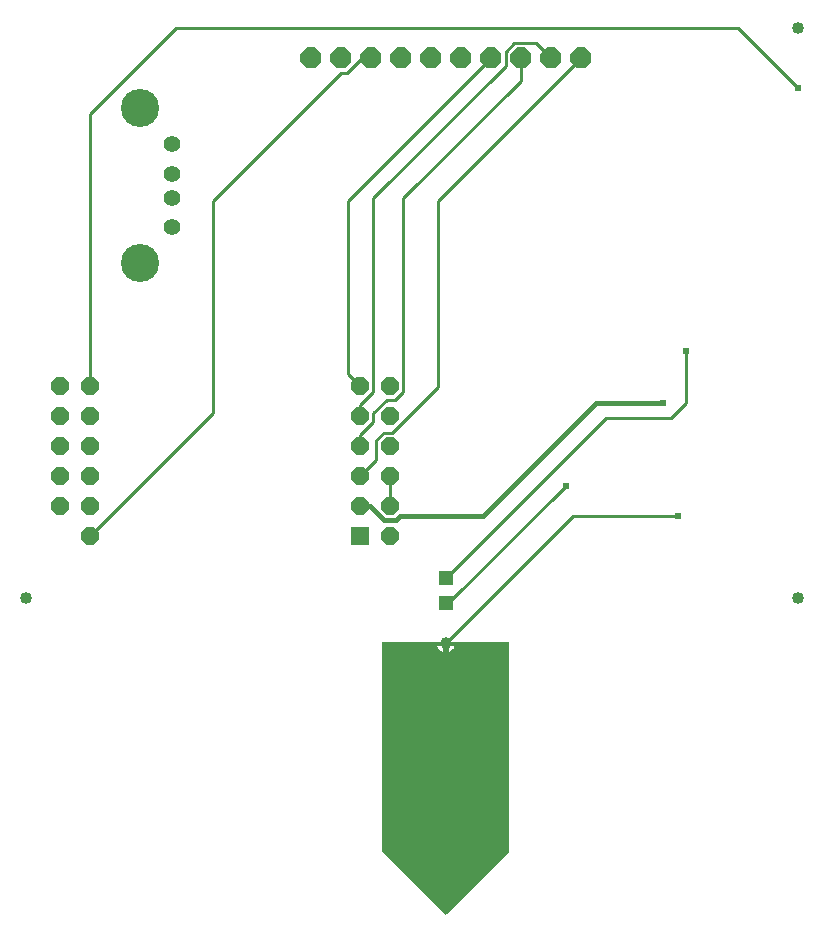
<source format=gbr>
G04 EAGLE Gerber RS-274X export*
G75*
%MOMM*%
%FSLAX34Y34*%
%LPD*%
%INTop Copper*%
%IPPOS*%
%AMOC8*
5,1,8,0,0,1.08239X$1,22.5*%
G01*
%ADD10R,1.200000X1.200000*%
%ADD11C,1.000000*%
%ADD12P,1.924489X8X112.500000*%
%ADD13P,1.649562X8X112.500000*%
%ADD14R,1.524000X1.524000*%
%ADD15C,1.400000*%
%ADD16C,3.220000*%
%ADD17C,1.016000*%
%ADD18C,0.254000*%
%ADD19C,0.609600*%
%ADD20C,0.381000*%

G36*
X374728Y-248792D02*
X374728Y-248792D01*
X374847Y-248788D01*
X374886Y-248777D01*
X374926Y-248773D01*
X375039Y-248733D01*
X375153Y-248700D01*
X375188Y-248679D01*
X375226Y-248665D01*
X375324Y-248599D01*
X375427Y-248538D01*
X375472Y-248498D01*
X375489Y-248487D01*
X375502Y-248472D01*
X375548Y-248432D01*
X428126Y-195854D01*
X428186Y-195775D01*
X428254Y-195703D01*
X428283Y-195650D01*
X428320Y-195602D01*
X428360Y-195511D01*
X428408Y-195425D01*
X428423Y-195366D01*
X428447Y-195311D01*
X428462Y-195213D01*
X428487Y-195117D01*
X428493Y-195017D01*
X428497Y-194996D01*
X428495Y-194984D01*
X428497Y-194956D01*
X428497Y-19050D01*
X428482Y-18932D01*
X428475Y-18813D01*
X428462Y-18775D01*
X428457Y-18734D01*
X428414Y-18624D01*
X428377Y-18511D01*
X428355Y-18476D01*
X428340Y-18439D01*
X428271Y-18343D01*
X428207Y-18242D01*
X428177Y-18214D01*
X428154Y-18181D01*
X428062Y-18106D01*
X427975Y-18024D01*
X427940Y-18004D01*
X427909Y-17979D01*
X427801Y-17928D01*
X427697Y-17870D01*
X427657Y-17860D01*
X427621Y-17843D01*
X427504Y-17821D01*
X427389Y-17791D01*
X427329Y-17787D01*
X427309Y-17783D01*
X427288Y-17785D01*
X427228Y-17781D01*
X375880Y-17781D01*
X375762Y-17796D01*
X375643Y-17803D01*
X375605Y-17816D01*
X375565Y-17821D01*
X375454Y-17864D01*
X375341Y-17901D01*
X375307Y-17923D01*
X375269Y-17938D01*
X375173Y-18008D01*
X375072Y-18071D01*
X375044Y-18101D01*
X375012Y-18124D01*
X374936Y-18216D01*
X374854Y-18303D01*
X374835Y-18338D01*
X374809Y-18369D01*
X374758Y-18477D01*
X374701Y-18581D01*
X374691Y-18621D01*
X374673Y-18657D01*
X374653Y-18764D01*
X374649Y-18734D01*
X374605Y-18624D01*
X374569Y-18511D01*
X374547Y-18476D01*
X374532Y-18439D01*
X374462Y-18343D01*
X374399Y-18242D01*
X374369Y-18214D01*
X374345Y-18181D01*
X374254Y-18106D01*
X374167Y-18024D01*
X374132Y-18004D01*
X374100Y-17979D01*
X373993Y-17928D01*
X373888Y-17870D01*
X373849Y-17860D01*
X373813Y-17843D01*
X373696Y-17821D01*
X373580Y-17791D01*
X373520Y-17787D01*
X373500Y-17783D01*
X373480Y-17785D01*
X373420Y-17781D01*
X322072Y-17781D01*
X321954Y-17796D01*
X321835Y-17803D01*
X321797Y-17816D01*
X321756Y-17821D01*
X321646Y-17864D01*
X321533Y-17901D01*
X321498Y-17923D01*
X321461Y-17938D01*
X321365Y-18008D01*
X321264Y-18071D01*
X321236Y-18101D01*
X321203Y-18124D01*
X321127Y-18216D01*
X321046Y-18303D01*
X321026Y-18338D01*
X321001Y-18369D01*
X320950Y-18477D01*
X320892Y-18581D01*
X320882Y-18621D01*
X320865Y-18657D01*
X320843Y-18774D01*
X320813Y-18889D01*
X320809Y-18950D01*
X320805Y-18970D01*
X320806Y-18984D01*
X320805Y-18989D01*
X320806Y-18999D01*
X320803Y-19050D01*
X320803Y-194956D01*
X320815Y-195054D01*
X320818Y-195153D01*
X320835Y-195212D01*
X320843Y-195272D01*
X320879Y-195364D01*
X320907Y-195459D01*
X320937Y-195511D01*
X320960Y-195567D01*
X321018Y-195647D01*
X321068Y-195733D01*
X321134Y-195808D01*
X321146Y-195825D01*
X321156Y-195833D01*
X321174Y-195854D01*
X373753Y-248432D01*
X373847Y-248505D01*
X373936Y-248583D01*
X373972Y-248602D01*
X374004Y-248627D01*
X374113Y-248674D01*
X374219Y-248728D01*
X374258Y-248737D01*
X374296Y-248753D01*
X374413Y-248772D01*
X374529Y-248798D01*
X374570Y-248797D01*
X374610Y-248803D01*
X374728Y-248792D01*
G37*
%LPC*%
G36*
X377149Y-21549D02*
X377149Y-21549D01*
X381777Y-21549D01*
X381333Y-22622D01*
X380507Y-23857D01*
X379457Y-24907D01*
X378222Y-25733D01*
X377149Y-26177D01*
X377149Y-21549D01*
G37*
%LPD*%
%LPC*%
G36*
X371078Y-25733D02*
X371078Y-25733D01*
X369843Y-24907D01*
X368793Y-23857D01*
X367967Y-22622D01*
X367523Y-21549D01*
X372151Y-21549D01*
X372151Y-26177D01*
X371078Y-25733D01*
G37*
%LPD*%
D10*
X374650Y35900D03*
X374650Y14900D03*
D11*
X374650Y-19050D03*
D12*
X260350Y476250D03*
X285750Y476250D03*
X311150Y476250D03*
X336550Y476250D03*
X361950Y476250D03*
X387350Y476250D03*
X412750Y476250D03*
X438150Y476250D03*
X463550Y476250D03*
X488950Y476250D03*
D13*
X73400Y71800D03*
X48000Y97200D03*
X73400Y97200D03*
X48000Y122600D03*
X73400Y122600D03*
X48000Y148000D03*
X73400Y148000D03*
X48000Y173400D03*
X73400Y173400D03*
X48000Y198800D03*
X73400Y198800D03*
D14*
X302000Y71800D03*
D13*
X327400Y71800D03*
X302000Y97200D03*
X327400Y97200D03*
X302000Y122600D03*
X327400Y122600D03*
X302000Y148000D03*
X327400Y148000D03*
X302000Y173400D03*
X327400Y173400D03*
X302000Y198800D03*
X327400Y198800D03*
D15*
X142600Y333300D03*
X142600Y358300D03*
X142600Y378300D03*
X142600Y403300D03*
D16*
X115499Y302600D03*
X115499Y434000D03*
D17*
X19050Y19050D03*
X673100Y19050D03*
X673100Y501650D03*
X19050Y19050D03*
X673100Y19050D03*
X673100Y501650D03*
D18*
X482600Y88900D02*
X374650Y-19050D01*
X482600Y88900D02*
X571500Y88900D01*
D19*
X571500Y88900D03*
X476250Y114300D03*
D18*
X376850Y14900D01*
X374650Y14900D01*
X374650Y35900D02*
X510200Y171450D01*
X565150Y171450D01*
X577850Y184150D01*
X577850Y228600D01*
D19*
X577850Y228600D03*
D18*
X327400Y122600D02*
X327400Y97200D01*
X73400Y198800D02*
X73400Y429000D01*
X146050Y501650D02*
X622300Y501650D01*
X673100Y450850D01*
X146050Y501650D02*
X73400Y429000D01*
D19*
X673100Y450850D03*
D18*
X338830Y194066D02*
X332135Y187370D01*
X302000Y157236D02*
X302000Y148000D01*
X302000Y157236D02*
X313430Y168666D01*
X313430Y175595D01*
X325206Y187370D01*
X332135Y187370D01*
X338830Y194066D02*
X338830Y357880D01*
X438150Y457200D01*
X438150Y476250D01*
X292100Y208700D02*
X302000Y198800D01*
X292100Y208700D02*
X292100Y355600D01*
X412750Y476250D01*
X425450Y481511D02*
X432889Y488950D01*
X302000Y182636D02*
X302000Y173400D01*
X302000Y182636D02*
X313430Y194066D01*
X425450Y469900D02*
X425450Y481511D01*
X425450Y469900D02*
X313430Y357880D01*
X313430Y194066D01*
X463550Y476250D02*
X450850Y488950D01*
X432889Y488950D01*
X322666Y159430D02*
X315970Y152735D01*
X315970Y136570D02*
X302000Y122600D01*
X315970Y136570D02*
X315970Y152735D01*
X322666Y159430D02*
X329595Y159430D01*
X368300Y198136D01*
X368300Y355600D01*
X488950Y476250D01*
X177800Y176200D02*
X73400Y71800D01*
X177800Y355600D02*
X285750Y463550D01*
X291011Y463550D01*
X303711Y476250D02*
X311150Y476250D01*
X303711Y476250D02*
X291011Y463550D01*
X177800Y355600D02*
X177800Y176200D01*
D19*
X558800Y184150D03*
D20*
X332398Y85135D02*
X322403Y85135D01*
X310338Y97200D02*
X302000Y97200D01*
X310338Y97200D02*
X322403Y85135D01*
X332398Y85135D02*
X336163Y88900D01*
X406400Y88900D01*
X501650Y184150D01*
X558800Y184150D01*
M02*

</source>
